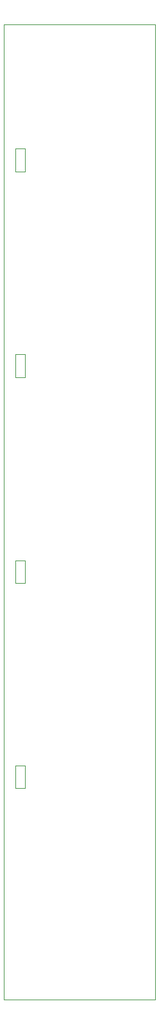
<source format=gbr>
G04 #@! TF.GenerationSoftware,KiCad,Pcbnew,8.0.8*
G04 #@! TF.CreationDate,2025-08-03T15:09:02-07:00*
G04 #@! TF.ProjectId,sidecar,73696465-6361-4722-9e6b-696361645f70,0.1*
G04 #@! TF.SameCoordinates,Original*
G04 #@! TF.FileFunction,Profile,NP*
%FSLAX46Y46*%
G04 Gerber Fmt 4.6, Leading zero omitted, Abs format (unit mm)*
G04 Created by KiCad (PCBNEW 8.0.8) date 2025-08-03 15:09:02*
%MOMM*%
%LPD*%
G01*
G04 APERTURE LIST*
G04 #@! TA.AperFunction,Profile*
%ADD10C,0.050000*%
G04 #@! TD*
G04 APERTURE END LIST*
D10*
X60000000Y-30750000D02*
X40000000Y-30750000D01*
X60000000Y-159150000D02*
X60000000Y-30750000D01*
X40000000Y-159150000D02*
X60000000Y-159150000D01*
X40000000Y-30750000D02*
X40000000Y-159150000D01*
X42800000Y-47100000D02*
X41500000Y-47100000D01*
X41500000Y-50100000D01*
X42800000Y-50100000D01*
X42800000Y-47100000D01*
X42800000Y-74200000D02*
X41500000Y-74200000D01*
X41500000Y-77200000D01*
X42800000Y-77200000D01*
X42800000Y-74200000D01*
X42800000Y-128350000D02*
X41500000Y-128350000D01*
X41500000Y-131350000D01*
X42800000Y-131350000D01*
X42800000Y-128350000D01*
X42800000Y-101330000D02*
X41500000Y-101330000D01*
X41500000Y-104330000D01*
X42800000Y-104330000D01*
X42800000Y-101330000D01*
M02*

</source>
